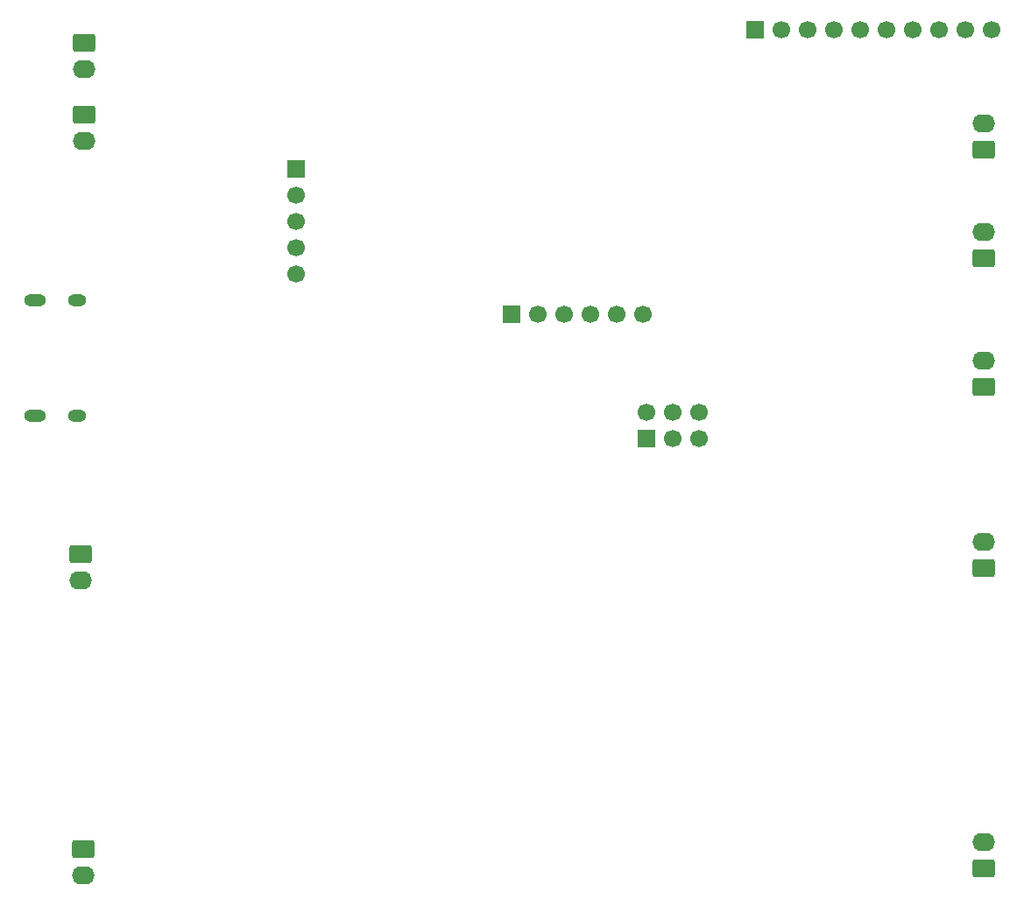
<source format=gbr>
G04 #@! TF.GenerationSoftware,KiCad,Pcbnew,9.0.2*
G04 #@! TF.CreationDate,2025-08-11T21:07:56-07:00*
G04 #@! TF.ProjectId,MusicalTeslaCoil,4d757369-6361-46c5-9465-736c61436f69,REV1*
G04 #@! TF.SameCoordinates,Original*
G04 #@! TF.FileFunction,Soldermask,Bot*
G04 #@! TF.FilePolarity,Negative*
%FSLAX46Y46*%
G04 Gerber Fmt 4.6, Leading zero omitted, Abs format (unit mm)*
G04 Created by KiCad (PCBNEW 9.0.2) date 2025-08-11 21:07:56*
%MOMM*%
%LPD*%
G01*
G04 APERTURE LIST*
G04 Aperture macros list*
%AMRoundRect*
0 Rectangle with rounded corners*
0 $1 Rounding radius*
0 $2 $3 $4 $5 $6 $7 $8 $9 X,Y pos of 4 corners*
0 Add a 4 corners polygon primitive as box body*
4,1,4,$2,$3,$4,$5,$6,$7,$8,$9,$2,$3,0*
0 Add four circle primitives for the rounded corners*
1,1,$1+$1,$2,$3*
1,1,$1+$1,$4,$5*
1,1,$1+$1,$6,$7*
1,1,$1+$1,$8,$9*
0 Add four rect primitives between the rounded corners*
20,1,$1+$1,$2,$3,$4,$5,0*
20,1,$1+$1,$4,$5,$6,$7,0*
20,1,$1+$1,$6,$7,$8,$9,0*
20,1,$1+$1,$8,$9,$2,$3,0*%
G04 Aperture macros list end*
%ADD10C,1.700000*%
%ADD11R,1.700000X1.700000*%
%ADD12O,2.190000X1.740000*%
%ADD13RoundRect,0.250000X0.845000X-0.620000X0.845000X0.620000X-0.845000X0.620000X-0.845000X-0.620000X0*%
%ADD14RoundRect,0.250000X-0.845000X0.620000X-0.845000X-0.620000X0.845000X-0.620000X0.845000X0.620000X0*%
%ADD15O,1.804000X1.204000*%
%ADD16O,2.104000X1.204000*%
G04 APERTURE END LIST*
D10*
X115000000Y-92460000D03*
X115000000Y-95000000D03*
X112460000Y-92460000D03*
X112460000Y-95000000D03*
X109920000Y-92460000D03*
D11*
X109920000Y-95000000D03*
D12*
X142500000Y-64500000D03*
D13*
X142500000Y-67040000D03*
D12*
X142500000Y-75000000D03*
D13*
X142500000Y-77540000D03*
D12*
X55540000Y-59265000D03*
D14*
X55540000Y-56725000D03*
D15*
X54825000Y-92850000D03*
X54825000Y-81650000D03*
D16*
X50825000Y-92850000D03*
X50825000Y-81650000D03*
D14*
X55480000Y-134725000D03*
D12*
X55480000Y-137265000D03*
D11*
X96840000Y-83000000D03*
D10*
X99380000Y-83000000D03*
X101920000Y-83000000D03*
X104460000Y-83000000D03*
X107000000Y-83000000D03*
X109540000Y-83000000D03*
D11*
X76000000Y-68920000D03*
D10*
X76000000Y-71460000D03*
X76000000Y-74000000D03*
X76000000Y-76540000D03*
X76000000Y-79080000D03*
D11*
X120380000Y-55500000D03*
D10*
X122920000Y-55500000D03*
X125460000Y-55500000D03*
X128000000Y-55500000D03*
X130540000Y-55500000D03*
X133080000Y-55500000D03*
X135620000Y-55500000D03*
X138160000Y-55500000D03*
X140700000Y-55500000D03*
X143240000Y-55500000D03*
D13*
X142488000Y-90000001D03*
D12*
X142488000Y-87460001D03*
D13*
X142500000Y-136540000D03*
D12*
X142500000Y-134000000D03*
D13*
X142500000Y-107540000D03*
D12*
X142500000Y-105000000D03*
D14*
X55236800Y-106208400D03*
D12*
X55236800Y-108748400D03*
D14*
X55520000Y-63725000D03*
D12*
X55520000Y-66265000D03*
M02*

</source>
